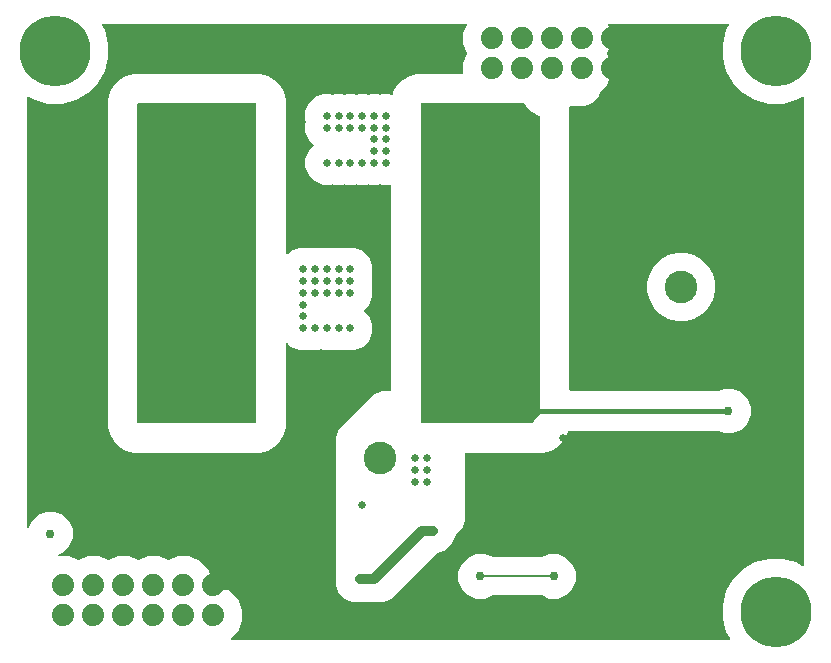
<source format=gbr>
G04 EAGLE Gerber RS-274X export*
G75*
%MOMM*%
%FSLAX34Y34*%
%LPD*%
%INBottom Copper*%
%IPPOS*%
%AMOC8*
5,1,8,0,0,1.08239X$1,22.5*%
G01*
%ADD10C,2.760000*%
%ADD11C,1.879600*%
%ADD12C,6.000000*%
%ADD13C,0.656400*%
%ADD14C,0.756400*%
%ADD15C,0.406400*%
%ADD16C,0.812800*%
%ADD17C,0.200000*%

G36*
X610205Y16007D02*
X610205Y16007D01*
X610248Y16004D01*
X610344Y16027D01*
X610442Y16041D01*
X610481Y16058D01*
X610523Y16068D01*
X610609Y16116D01*
X610699Y16157D01*
X610732Y16185D01*
X610769Y16206D01*
X610838Y16276D01*
X610913Y16340D01*
X610937Y16376D01*
X610967Y16407D01*
X611014Y16493D01*
X611068Y16576D01*
X611080Y16617D01*
X611101Y16655D01*
X611121Y16752D01*
X611150Y16846D01*
X611151Y16889D01*
X611160Y16931D01*
X611153Y17029D01*
X611154Y17128D01*
X611142Y17169D01*
X611139Y17212D01*
X611109Y17292D01*
X611079Y17400D01*
X611047Y17451D01*
X611028Y17500D01*
X608066Y22630D01*
X604999Y34075D01*
X604999Y45925D01*
X608066Y57370D01*
X613990Y67631D01*
X622369Y76010D01*
X632630Y81934D01*
X644075Y85001D01*
X655925Y85001D01*
X667370Y81934D01*
X672500Y78972D01*
X672540Y78956D01*
X672576Y78932D01*
X672671Y78903D01*
X672762Y78867D01*
X672805Y78862D01*
X672846Y78850D01*
X672944Y78849D01*
X673043Y78839D01*
X673085Y78847D01*
X673128Y78846D01*
X673223Y78872D01*
X673320Y78891D01*
X673358Y78910D01*
X673400Y78921D01*
X673484Y78973D01*
X673572Y79018D01*
X673603Y79047D01*
X673640Y79069D01*
X673706Y79143D01*
X673778Y79210D01*
X673800Y79247D01*
X673829Y79279D01*
X673872Y79368D01*
X673922Y79452D01*
X673933Y79494D01*
X673952Y79533D01*
X673965Y79617D01*
X673993Y79725D01*
X673991Y79786D01*
X673999Y79837D01*
X673999Y475163D01*
X673993Y475205D01*
X673996Y475248D01*
X673973Y475344D01*
X673959Y475442D01*
X673942Y475481D01*
X673932Y475523D01*
X673884Y475609D01*
X673843Y475699D01*
X673815Y475732D01*
X673794Y475769D01*
X673724Y475838D01*
X673660Y475913D01*
X673624Y475937D01*
X673593Y475967D01*
X673507Y476014D01*
X673424Y476068D01*
X673383Y476080D01*
X673345Y476101D01*
X673248Y476121D01*
X673154Y476150D01*
X673111Y476151D01*
X673069Y476160D01*
X672971Y476153D01*
X672872Y476154D01*
X672831Y476142D01*
X672788Y476139D01*
X672708Y476109D01*
X672600Y476079D01*
X672549Y476047D01*
X672500Y476028D01*
X667370Y473066D01*
X655925Y469999D01*
X644075Y469999D01*
X632630Y473066D01*
X622369Y478990D01*
X613990Y487369D01*
X608066Y497630D01*
X604999Y509075D01*
X604999Y520925D01*
X608066Y532370D01*
X610451Y536500D01*
X610467Y536540D01*
X610490Y536576D01*
X610519Y536671D01*
X610556Y536762D01*
X610560Y536805D01*
X610573Y536846D01*
X610574Y536944D01*
X610584Y537043D01*
X610576Y537085D01*
X610577Y537128D01*
X610550Y537223D01*
X610532Y537320D01*
X610513Y537358D01*
X610501Y537400D01*
X610449Y537484D01*
X610405Y537572D01*
X610376Y537603D01*
X610353Y537640D01*
X610280Y537706D01*
X610213Y537778D01*
X610176Y537800D01*
X610144Y537829D01*
X610055Y537872D01*
X609970Y537922D01*
X609929Y537933D01*
X609890Y537952D01*
X609806Y537965D01*
X609697Y537993D01*
X609637Y537991D01*
X609586Y537999D01*
X508886Y537999D01*
X508768Y537983D01*
X508650Y537971D01*
X508629Y537963D01*
X508606Y537959D01*
X508498Y537911D01*
X508388Y537867D01*
X508370Y537853D01*
X508350Y537843D01*
X508259Y537766D01*
X508166Y537693D01*
X508153Y537675D01*
X508135Y537660D01*
X508070Y537560D01*
X508001Y537464D01*
X507993Y537443D01*
X507981Y537424D01*
X507946Y537310D01*
X507906Y537199D01*
X507905Y537176D01*
X507898Y537154D01*
X507897Y537036D01*
X507890Y536917D01*
X507895Y536896D01*
X507895Y536872D01*
X507944Y536693D01*
X507962Y536618D01*
X510599Y530253D01*
X510599Y520547D01*
X507507Y513082D01*
X507483Y512989D01*
X507451Y512899D01*
X507448Y512853D01*
X507437Y512809D01*
X507440Y512713D01*
X507434Y512617D01*
X507444Y512576D01*
X507446Y512527D01*
X507486Y512406D01*
X507507Y512318D01*
X510599Y504853D01*
X510599Y495147D01*
X506884Y486179D01*
X501972Y481267D01*
X501947Y481234D01*
X501916Y481206D01*
X501871Y481133D01*
X501803Y481042D01*
X501782Y480987D01*
X501756Y480943D01*
X499440Y475352D01*
X494648Y470560D01*
X488388Y467967D01*
X476381Y467967D01*
X476317Y467958D01*
X476253Y467959D01*
X476178Y467938D01*
X476102Y467927D01*
X476043Y467901D01*
X475981Y467884D01*
X475915Y467843D01*
X475845Y467811D01*
X475796Y467769D01*
X475741Y467736D01*
X475689Y467678D01*
X475631Y467628D01*
X475595Y467574D01*
X475552Y467526D01*
X475519Y467457D01*
X475476Y467392D01*
X475457Y467330D01*
X475429Y467273D01*
X475418Y467203D01*
X475394Y467122D01*
X475393Y467037D01*
X475382Y466968D01*
X475382Y228032D01*
X475391Y227968D01*
X475390Y227904D01*
X475411Y227829D01*
X475422Y227753D01*
X475448Y227694D01*
X475465Y227632D01*
X475506Y227566D01*
X475538Y227496D01*
X475580Y227447D01*
X475613Y227392D01*
X475671Y227340D01*
X475721Y227282D01*
X475775Y227246D01*
X475823Y227203D01*
X475892Y227170D01*
X475957Y227127D01*
X476019Y227108D01*
X476076Y227080D01*
X476146Y227069D01*
X476227Y227045D01*
X476312Y227044D01*
X476381Y227033D01*
X601840Y227033D01*
X601881Y227039D01*
X601923Y227036D01*
X602007Y227056D01*
X602119Y227073D01*
X602173Y227097D01*
X602223Y227109D01*
X606264Y228783D01*
X613736Y228783D01*
X620640Y225923D01*
X625923Y220640D01*
X628783Y213736D01*
X628783Y206264D01*
X625923Y199360D01*
X620640Y194077D01*
X613736Y191217D01*
X606264Y191217D01*
X602223Y192891D01*
X602182Y192902D01*
X602145Y192920D01*
X602060Y192933D01*
X601949Y192961D01*
X601891Y192959D01*
X601840Y192967D01*
X475159Y192967D01*
X475085Y192957D01*
X475010Y192956D01*
X474946Y192937D01*
X474880Y192927D01*
X474812Y192897D01*
X474740Y192875D01*
X474684Y192839D01*
X474623Y192811D01*
X474566Y192763D01*
X474504Y192722D01*
X474460Y192671D01*
X474409Y192628D01*
X474368Y192565D01*
X474319Y192509D01*
X474294Y192452D01*
X474255Y192392D01*
X474226Y192298D01*
X474194Y192227D01*
X473652Y190203D01*
X470310Y184415D01*
X465585Y179690D01*
X459797Y176348D01*
X453342Y174618D01*
X388019Y174618D01*
X387901Y174601D01*
X387782Y174590D01*
X387762Y174582D01*
X387739Y174578D01*
X387631Y174530D01*
X387521Y174485D01*
X387503Y174471D01*
X387482Y174462D01*
X387392Y174385D01*
X387298Y174312D01*
X387285Y174293D01*
X387268Y174279D01*
X387203Y174179D01*
X387133Y174083D01*
X387126Y174062D01*
X387114Y174043D01*
X387079Y173929D01*
X387039Y173817D01*
X387038Y173795D01*
X387031Y173773D01*
X387030Y173654D01*
X387023Y173535D01*
X387028Y173515D01*
X387028Y173491D01*
X387033Y173473D01*
X387033Y116612D01*
X384440Y110352D01*
X379508Y105420D01*
X379289Y105202D01*
X379264Y105168D01*
X379233Y105141D01*
X379188Y105067D01*
X379120Y104976D01*
X379099Y104921D01*
X379073Y104877D01*
X376162Y97851D01*
X370799Y92488D01*
X363773Y89577D01*
X363737Y89556D01*
X363697Y89542D01*
X363628Y89492D01*
X363530Y89434D01*
X363490Y89391D01*
X363448Y89361D01*
X324648Y50560D01*
X318388Y47967D01*
X291612Y47967D01*
X285352Y50560D01*
X280560Y55352D01*
X277967Y61612D01*
X277967Y188388D01*
X280560Y194648D01*
X310352Y224440D01*
X316612Y227033D01*
X323460Y227033D01*
X323465Y227031D01*
X323487Y227031D01*
X323509Y227025D01*
X323628Y227029D01*
X323747Y227028D01*
X323769Y227034D01*
X323791Y227034D01*
X323904Y227071D01*
X324019Y227103D01*
X324038Y227115D01*
X324059Y227121D01*
X324157Y227188D01*
X324259Y227251D01*
X324274Y227268D01*
X324292Y227280D01*
X324368Y227372D01*
X324448Y227460D01*
X324457Y227480D01*
X324472Y227498D01*
X324519Y227607D01*
X324571Y227714D01*
X324574Y227735D01*
X324583Y227757D01*
X324607Y227944D01*
X324618Y228019D01*
X324618Y400718D01*
X324609Y400781D01*
X324610Y400840D01*
X324610Y400846D01*
X324589Y400921D01*
X324578Y400997D01*
X324552Y401056D01*
X324535Y401118D01*
X324494Y401184D01*
X324462Y401254D01*
X324420Y401303D01*
X324387Y401358D01*
X324329Y401410D01*
X324279Y401468D01*
X324225Y401504D01*
X324177Y401547D01*
X324108Y401580D01*
X324043Y401623D01*
X323981Y401642D01*
X323924Y401670D01*
X323854Y401681D01*
X323773Y401705D01*
X323688Y401706D01*
X323619Y401717D01*
X316363Y401717D01*
X315382Y402124D01*
X315289Y402147D01*
X315199Y402180D01*
X315153Y402182D01*
X315109Y402194D01*
X315013Y402191D01*
X314917Y402196D01*
X314876Y402186D01*
X314827Y402185D01*
X314706Y402145D01*
X314618Y402124D01*
X313637Y401717D01*
X306363Y401717D01*
X305382Y402124D01*
X305289Y402147D01*
X305199Y402180D01*
X305153Y402182D01*
X305109Y402194D01*
X305013Y402191D01*
X304917Y402196D01*
X304876Y402186D01*
X304827Y402185D01*
X304706Y402145D01*
X304618Y402124D01*
X303637Y401717D01*
X296363Y401717D01*
X295382Y402124D01*
X295289Y402147D01*
X295199Y402180D01*
X295153Y402182D01*
X295109Y402194D01*
X295013Y402191D01*
X294917Y402196D01*
X294876Y402186D01*
X294827Y402185D01*
X294706Y402145D01*
X294618Y402124D01*
X293637Y401717D01*
X286363Y401717D01*
X285382Y402124D01*
X285289Y402147D01*
X285199Y402180D01*
X285153Y402182D01*
X285109Y402194D01*
X285013Y402191D01*
X284917Y402196D01*
X284876Y402186D01*
X284827Y402185D01*
X284706Y402145D01*
X284618Y402124D01*
X283637Y401717D01*
X276363Y401717D01*
X275382Y402124D01*
X275289Y402147D01*
X275199Y402180D01*
X275153Y402182D01*
X275109Y402194D01*
X275013Y402191D01*
X274917Y402196D01*
X274876Y402186D01*
X274827Y402185D01*
X274706Y402145D01*
X274618Y402124D01*
X273637Y401717D01*
X266363Y401717D01*
X259644Y404501D01*
X254501Y409644D01*
X251717Y416363D01*
X251717Y423637D01*
X254501Y430356D01*
X258438Y434293D01*
X258476Y434345D01*
X258522Y434390D01*
X258561Y434457D01*
X258607Y434519D01*
X258630Y434579D01*
X258661Y434635D01*
X258679Y434710D01*
X258707Y434783D01*
X258712Y434847D01*
X258726Y434909D01*
X258722Y434987D01*
X258728Y435064D01*
X258715Y435127D01*
X258712Y435191D01*
X258687Y435264D01*
X258671Y435340D01*
X258641Y435397D01*
X258619Y435458D01*
X258578Y435514D01*
X258538Y435589D01*
X258479Y435650D01*
X258438Y435707D01*
X254501Y439644D01*
X251717Y446363D01*
X251717Y453637D01*
X252124Y454618D01*
X252148Y454711D01*
X252180Y454801D01*
X252182Y454847D01*
X252194Y454891D01*
X252191Y454987D01*
X252196Y455083D01*
X252186Y455124D01*
X252185Y455173D01*
X252145Y455294D01*
X252124Y455382D01*
X251717Y456363D01*
X251717Y463637D01*
X254501Y470356D01*
X259644Y475499D01*
X266363Y478283D01*
X273637Y478283D01*
X274618Y477876D01*
X274711Y477852D01*
X274801Y477820D01*
X274847Y477818D01*
X274891Y477806D01*
X274987Y477809D01*
X275083Y477804D01*
X275124Y477814D01*
X275173Y477815D01*
X275294Y477855D01*
X275382Y477876D01*
X276363Y478283D01*
X283637Y478283D01*
X284618Y477876D01*
X284711Y477852D01*
X284801Y477820D01*
X284847Y477818D01*
X284891Y477806D01*
X284987Y477809D01*
X285083Y477804D01*
X285124Y477814D01*
X285173Y477815D01*
X285294Y477855D01*
X285382Y477876D01*
X286363Y478283D01*
X293637Y478283D01*
X294618Y477876D01*
X294711Y477852D01*
X294801Y477820D01*
X294847Y477818D01*
X294891Y477806D01*
X294987Y477809D01*
X295083Y477804D01*
X295124Y477814D01*
X295173Y477815D01*
X295294Y477855D01*
X295382Y477876D01*
X296363Y478283D01*
X303637Y478283D01*
X304618Y477876D01*
X304711Y477852D01*
X304801Y477820D01*
X304847Y477818D01*
X304891Y477806D01*
X304987Y477809D01*
X305083Y477804D01*
X305124Y477814D01*
X305173Y477815D01*
X305294Y477855D01*
X305382Y477876D01*
X306363Y478283D01*
X313637Y478283D01*
X314618Y477876D01*
X314711Y477852D01*
X314801Y477820D01*
X314847Y477818D01*
X314891Y477806D01*
X314987Y477809D01*
X315083Y477804D01*
X315124Y477814D01*
X315173Y477815D01*
X315294Y477855D01*
X315382Y477876D01*
X316363Y478283D01*
X323637Y478283D01*
X324659Y477859D01*
X324784Y477827D01*
X324909Y477792D01*
X324921Y477792D01*
X324932Y477789D01*
X325061Y477793D01*
X325191Y477794D01*
X325202Y477798D01*
X325214Y477798D01*
X325338Y477838D01*
X325461Y477875D01*
X325471Y477882D01*
X325482Y477886D01*
X325590Y477959D01*
X325698Y478029D01*
X325705Y478038D01*
X325715Y478044D01*
X325798Y478144D01*
X325882Y478242D01*
X325887Y478252D01*
X325895Y478262D01*
X326006Y478521D01*
X326006Y478523D01*
X326007Y478524D01*
X326348Y479797D01*
X329690Y485585D01*
X334415Y490310D01*
X340203Y493652D01*
X346658Y495382D01*
X384602Y495382D01*
X384666Y495391D01*
X384730Y495390D01*
X384805Y495411D01*
X384881Y495422D01*
X384940Y495448D01*
X385002Y495465D01*
X385068Y495506D01*
X385138Y495538D01*
X385187Y495580D01*
X385242Y495613D01*
X385294Y495671D01*
X385352Y495721D01*
X385388Y495775D01*
X385431Y495823D01*
X385464Y495892D01*
X385507Y495957D01*
X385526Y496019D01*
X385554Y496076D01*
X385565Y496146D01*
X385589Y496227D01*
X385590Y496312D01*
X385601Y496381D01*
X385601Y504853D01*
X388693Y512318D01*
X388717Y512411D01*
X388749Y512501D01*
X388752Y512547D01*
X388763Y512591D01*
X388760Y512687D01*
X388766Y512783D01*
X388756Y512824D01*
X388754Y512873D01*
X388714Y512994D01*
X388693Y513082D01*
X385601Y520547D01*
X385601Y530253D01*
X388238Y536618D01*
X388267Y536732D01*
X388302Y536846D01*
X388302Y536869D01*
X388308Y536891D01*
X388304Y537009D01*
X388305Y537128D01*
X388299Y537150D01*
X388299Y537173D01*
X388262Y537285D01*
X388230Y537400D01*
X388218Y537419D01*
X388211Y537441D01*
X388144Y537539D01*
X388082Y537640D01*
X388065Y537655D01*
X388052Y537674D01*
X387961Y537749D01*
X387873Y537829D01*
X387852Y537839D01*
X387835Y537853D01*
X387726Y537900D01*
X387619Y537952D01*
X387598Y537955D01*
X387575Y537965D01*
X387391Y537987D01*
X387314Y537999D01*
X80414Y537999D01*
X80372Y537993D01*
X80329Y537996D01*
X80233Y537973D01*
X80135Y537959D01*
X80096Y537942D01*
X80054Y537932D01*
X79968Y537884D01*
X79878Y537843D01*
X79846Y537815D01*
X79808Y537794D01*
X79739Y537724D01*
X79664Y537660D01*
X79641Y537624D01*
X79610Y537593D01*
X79564Y537507D01*
X79510Y537424D01*
X79497Y537383D01*
X79477Y537345D01*
X79456Y537248D01*
X79427Y537154D01*
X79427Y537111D01*
X79418Y537069D01*
X79425Y536971D01*
X79423Y536872D01*
X79435Y536831D01*
X79438Y536788D01*
X79469Y536708D01*
X79499Y536600D01*
X79530Y536549D01*
X79549Y536500D01*
X81934Y532370D01*
X85001Y520925D01*
X85001Y509075D01*
X81934Y497630D01*
X76010Y487369D01*
X67631Y478990D01*
X57370Y473066D01*
X45925Y469999D01*
X34075Y469999D01*
X22630Y473066D01*
X17500Y476028D01*
X17460Y476044D01*
X17424Y476068D01*
X17329Y476097D01*
X17238Y476133D01*
X17195Y476138D01*
X17154Y476150D01*
X17056Y476151D01*
X16957Y476161D01*
X16915Y476153D01*
X16872Y476154D01*
X16777Y476128D01*
X16680Y476109D01*
X16642Y476090D01*
X16600Y476079D01*
X16516Y476027D01*
X16428Y475982D01*
X16397Y475953D01*
X16360Y475931D01*
X16294Y475857D01*
X16222Y475790D01*
X16200Y475753D01*
X16171Y475721D01*
X16128Y475632D01*
X16078Y475548D01*
X16067Y475506D01*
X16048Y475467D01*
X16035Y475383D01*
X16007Y475275D01*
X16009Y475214D01*
X16001Y475163D01*
X16001Y111823D01*
X16013Y111737D01*
X16016Y111650D01*
X16033Y111598D01*
X16041Y111543D01*
X16076Y111465D01*
X16103Y111382D01*
X16134Y111336D01*
X16157Y111286D01*
X16213Y111221D01*
X16262Y111149D01*
X16304Y111114D01*
X16340Y111072D01*
X16413Y111025D01*
X16480Y110969D01*
X16530Y110948D01*
X16576Y110918D01*
X16659Y110892D01*
X16739Y110858D01*
X16793Y110851D01*
X16846Y110835D01*
X16933Y110834D01*
X17019Y110824D01*
X17073Y110832D01*
X17128Y110832D01*
X17212Y110855D01*
X17297Y110869D01*
X17347Y110892D01*
X17400Y110907D01*
X17474Y110952D01*
X17552Y110990D01*
X17593Y111026D01*
X17640Y111055D01*
X17698Y111119D01*
X17763Y111177D01*
X17789Y111221D01*
X17829Y111264D01*
X17878Y111367D01*
X17923Y111440D01*
X20077Y116640D01*
X25360Y121923D01*
X32264Y124783D01*
X39736Y124783D01*
X46640Y121923D01*
X51923Y116640D01*
X54783Y109736D01*
X54783Y102264D01*
X51923Y95360D01*
X46640Y90077D01*
X43367Y88721D01*
X43292Y88677D01*
X43213Y88641D01*
X43171Y88606D01*
X43124Y88578D01*
X43065Y88514D01*
X42999Y88458D01*
X42969Y88412D01*
X42931Y88372D01*
X42892Y88295D01*
X42844Y88222D01*
X42828Y88169D01*
X42803Y88120D01*
X42787Y88035D01*
X42762Y87952D01*
X42761Y87897D01*
X42751Y87843D01*
X42759Y87757D01*
X42758Y87670D01*
X42773Y87617D01*
X42778Y87563D01*
X42810Y87482D01*
X42833Y87398D01*
X42862Y87351D01*
X42883Y87301D01*
X42936Y87232D01*
X42982Y87158D01*
X43022Y87122D01*
X43056Y87078D01*
X43126Y87027D01*
X43191Y86969D01*
X43240Y86945D01*
X43285Y86913D01*
X43367Y86884D01*
X43445Y86846D01*
X43495Y86838D01*
X43550Y86819D01*
X43664Y86812D01*
X43749Y86799D01*
X51853Y86799D01*
X59318Y83707D01*
X59411Y83683D01*
X59501Y83651D01*
X59547Y83648D01*
X59591Y83637D01*
X59687Y83640D01*
X59783Y83634D01*
X59824Y83644D01*
X59873Y83646D01*
X59994Y83686D01*
X60082Y83707D01*
X67547Y86799D01*
X77253Y86799D01*
X84718Y83707D01*
X84811Y83683D01*
X84901Y83651D01*
X84947Y83648D01*
X84991Y83637D01*
X85087Y83640D01*
X85183Y83634D01*
X85224Y83644D01*
X85273Y83646D01*
X85394Y83686D01*
X85482Y83707D01*
X92947Y86799D01*
X102653Y86799D01*
X110118Y83707D01*
X110211Y83683D01*
X110301Y83651D01*
X110347Y83648D01*
X110391Y83637D01*
X110487Y83640D01*
X110583Y83634D01*
X110624Y83644D01*
X110673Y83646D01*
X110794Y83686D01*
X110882Y83707D01*
X118347Y86799D01*
X128053Y86799D01*
X135518Y83707D01*
X135611Y83683D01*
X135701Y83651D01*
X135747Y83648D01*
X135791Y83637D01*
X135887Y83640D01*
X135983Y83634D01*
X136024Y83644D01*
X136073Y83646D01*
X136194Y83686D01*
X136282Y83707D01*
X143747Y86799D01*
X153453Y86799D01*
X162421Y83084D01*
X169284Y76221D01*
X172999Y67253D01*
X172999Y62398D01*
X173008Y62334D01*
X173007Y62270D01*
X173028Y62195D01*
X173039Y62119D01*
X173065Y62060D01*
X173082Y61998D01*
X173123Y61932D01*
X173155Y61862D01*
X173197Y61813D01*
X173230Y61758D01*
X173288Y61706D01*
X173338Y61648D01*
X173392Y61612D01*
X173440Y61569D01*
X173509Y61536D01*
X173574Y61493D01*
X173636Y61474D01*
X173693Y61446D01*
X173763Y61435D01*
X173844Y61411D01*
X173929Y61410D01*
X173998Y61399D01*
X178853Y61399D01*
X187821Y57684D01*
X194684Y50821D01*
X198399Y41853D01*
X198399Y32147D01*
X194684Y23179D01*
X189212Y17707D01*
X189192Y17681D01*
X189168Y17660D01*
X189108Y17568D01*
X189042Y17481D01*
X189031Y17451D01*
X189013Y17424D01*
X188981Y17319D01*
X188943Y17217D01*
X188940Y17185D01*
X188931Y17154D01*
X188929Y17045D01*
X188921Y16936D01*
X188928Y16904D01*
X188927Y16872D01*
X188956Y16767D01*
X188979Y16660D01*
X188994Y16631D01*
X189002Y16600D01*
X189060Y16507D01*
X189111Y16411D01*
X189133Y16388D01*
X189150Y16360D01*
X189232Y16287D01*
X189308Y16209D01*
X189336Y16193D01*
X189360Y16171D01*
X189458Y16124D01*
X189553Y16070D01*
X189585Y16062D01*
X189614Y16048D01*
X189703Y16034D01*
X189828Y16005D01*
X189876Y16007D01*
X189918Y16001D01*
X610163Y16001D01*
X610205Y16007D01*
G37*
%LPC*%
G36*
X106658Y174618D02*
X106658Y174618D01*
X100203Y176348D01*
X94415Y179690D01*
X89690Y184415D01*
X86348Y190203D01*
X84618Y196658D01*
X84618Y473342D01*
X86348Y479797D01*
X89690Y485585D01*
X94415Y490310D01*
X100203Y493652D01*
X106658Y495382D01*
X213342Y495382D01*
X219797Y493652D01*
X225585Y490310D01*
X230310Y485585D01*
X233652Y479797D01*
X235382Y473342D01*
X235382Y343650D01*
X235386Y343618D01*
X235384Y343586D01*
X235406Y343479D01*
X235422Y343371D01*
X235435Y343341D01*
X235441Y343310D01*
X235493Y343213D01*
X235538Y343114D01*
X235559Y343089D01*
X235574Y343061D01*
X235650Y342982D01*
X235721Y342899D01*
X235748Y342882D01*
X235771Y342859D01*
X235866Y342805D01*
X235957Y342745D01*
X235988Y342735D01*
X236016Y342720D01*
X236122Y342694D01*
X236227Y342663D01*
X236259Y342662D01*
X236290Y342655D01*
X236400Y342660D01*
X236509Y342659D01*
X236540Y342667D01*
X236572Y342669D01*
X236675Y342705D01*
X236781Y342734D01*
X236808Y342751D01*
X236839Y342761D01*
X236912Y342815D01*
X237021Y342882D01*
X237053Y342918D01*
X237088Y342943D01*
X239644Y345499D01*
X246363Y348283D01*
X253637Y348283D01*
X254618Y347876D01*
X254711Y347853D01*
X254801Y347820D01*
X254847Y347818D01*
X254891Y347806D01*
X254987Y347809D01*
X255083Y347804D01*
X255124Y347814D01*
X255173Y347815D01*
X255294Y347855D01*
X255382Y347876D01*
X256363Y348283D01*
X263637Y348283D01*
X264618Y347876D01*
X264711Y347853D01*
X264801Y347820D01*
X264847Y347818D01*
X264891Y347806D01*
X264987Y347809D01*
X265083Y347804D01*
X265124Y347814D01*
X265173Y347815D01*
X265294Y347855D01*
X265382Y347876D01*
X266363Y348283D01*
X273637Y348283D01*
X274618Y347876D01*
X274711Y347853D01*
X274801Y347820D01*
X274847Y347818D01*
X274891Y347806D01*
X274987Y347809D01*
X275083Y347804D01*
X275124Y347814D01*
X275173Y347815D01*
X275294Y347855D01*
X275382Y347876D01*
X276363Y348283D01*
X283637Y348283D01*
X284618Y347876D01*
X284711Y347853D01*
X284801Y347820D01*
X284847Y347818D01*
X284891Y347806D01*
X284987Y347809D01*
X285083Y347804D01*
X285124Y347814D01*
X285173Y347815D01*
X285294Y347855D01*
X285382Y347876D01*
X286363Y348283D01*
X293637Y348283D01*
X300356Y345499D01*
X305499Y340356D01*
X308283Y333637D01*
X308283Y326363D01*
X307876Y325382D01*
X307853Y325289D01*
X307820Y325199D01*
X307818Y325153D01*
X307806Y325109D01*
X307809Y325013D01*
X307804Y324917D01*
X307814Y324876D01*
X307815Y324827D01*
X307855Y324706D01*
X307876Y324618D01*
X308283Y323637D01*
X308283Y316363D01*
X307876Y315382D01*
X307853Y315289D01*
X307820Y315199D01*
X307818Y315153D01*
X307806Y315109D01*
X307809Y315013D01*
X307804Y314917D01*
X307814Y314876D01*
X307815Y314827D01*
X307855Y314706D01*
X307876Y314618D01*
X308283Y313637D01*
X308283Y306363D01*
X305499Y299644D01*
X301562Y295707D01*
X301524Y295655D01*
X301478Y295610D01*
X301439Y295543D01*
X301393Y295481D01*
X301370Y295421D01*
X301339Y295365D01*
X301321Y295290D01*
X301293Y295217D01*
X301288Y295153D01*
X301274Y295091D01*
X301278Y295013D01*
X301272Y294936D01*
X301285Y294873D01*
X301288Y294809D01*
X301313Y294736D01*
X301329Y294660D01*
X301359Y294603D01*
X301381Y294542D01*
X301422Y294486D01*
X301462Y294411D01*
X301521Y294350D01*
X301562Y294293D01*
X305499Y290356D01*
X308283Y283637D01*
X308283Y276363D01*
X305499Y269644D01*
X300356Y264501D01*
X293637Y261717D01*
X286363Y261717D01*
X285382Y262124D01*
X285289Y262147D01*
X285199Y262180D01*
X285153Y262182D01*
X285109Y262194D01*
X285013Y262191D01*
X284917Y262196D01*
X284876Y262186D01*
X284827Y262185D01*
X284706Y262145D01*
X284618Y262124D01*
X283637Y261717D01*
X276363Y261717D01*
X275382Y262124D01*
X275289Y262147D01*
X275199Y262180D01*
X275153Y262182D01*
X275109Y262194D01*
X275013Y262191D01*
X274917Y262196D01*
X274876Y262186D01*
X274827Y262185D01*
X274706Y262145D01*
X274618Y262124D01*
X273637Y261717D01*
X266363Y261717D01*
X265382Y262124D01*
X265289Y262147D01*
X265199Y262180D01*
X265153Y262182D01*
X265109Y262194D01*
X265013Y262191D01*
X264917Y262196D01*
X264876Y262186D01*
X264827Y262185D01*
X264706Y262145D01*
X264618Y262124D01*
X263637Y261717D01*
X256363Y261717D01*
X255382Y262124D01*
X255289Y262147D01*
X255199Y262180D01*
X255153Y262182D01*
X255109Y262194D01*
X255013Y262191D01*
X254917Y262196D01*
X254876Y262186D01*
X254827Y262185D01*
X254706Y262145D01*
X254618Y262124D01*
X253637Y261717D01*
X246363Y261717D01*
X239644Y264501D01*
X237088Y267057D01*
X237062Y267076D01*
X237041Y267101D01*
X236949Y267161D01*
X236862Y267226D01*
X236832Y267237D01*
X236805Y267255D01*
X236700Y267287D01*
X236598Y267326D01*
X236566Y267328D01*
X236535Y267337D01*
X236426Y267339D01*
X236317Y267347D01*
X236285Y267341D01*
X236253Y267341D01*
X236148Y267312D01*
X236041Y267290D01*
X236012Y267275D01*
X235981Y267266D01*
X235888Y267209D01*
X235792Y267157D01*
X235769Y267135D01*
X235741Y267118D01*
X235668Y267037D01*
X235590Y266961D01*
X235574Y266933D01*
X235552Y266909D01*
X235505Y266810D01*
X235451Y266715D01*
X235443Y266684D01*
X235429Y266655D01*
X235415Y266566D01*
X235386Y266441D01*
X235388Y266392D01*
X235382Y266350D01*
X235382Y196658D01*
X233652Y190203D01*
X230310Y184415D01*
X225585Y179690D01*
X219797Y176348D01*
X213342Y174618D01*
X106658Y174618D01*
G37*
%LPD*%
G36*
X210050Y199631D02*
X210050Y199631D01*
X210101Y199633D01*
X210133Y199651D01*
X210169Y199659D01*
X210208Y199692D01*
X210253Y199716D01*
X210274Y199746D01*
X210302Y199769D01*
X210323Y199816D01*
X210353Y199858D01*
X210361Y199900D01*
X210373Y199928D01*
X210372Y199958D01*
X210380Y200000D01*
X210380Y470000D01*
X210369Y470050D01*
X210367Y470101D01*
X210349Y470133D01*
X210341Y470169D01*
X210308Y470208D01*
X210284Y470253D01*
X210254Y470274D01*
X210231Y470302D01*
X210184Y470323D01*
X210142Y470353D01*
X210100Y470361D01*
X210072Y470373D01*
X210042Y470372D01*
X210000Y470380D01*
X110000Y470380D01*
X109950Y470369D01*
X109899Y470367D01*
X109867Y470349D01*
X109831Y470341D01*
X109792Y470308D01*
X109747Y470284D01*
X109726Y470254D01*
X109698Y470231D01*
X109677Y470184D01*
X109647Y470142D01*
X109639Y470100D01*
X109627Y470072D01*
X109628Y470052D01*
X109627Y470050D01*
X109627Y470038D01*
X109620Y470000D01*
X109620Y200000D01*
X109631Y199950D01*
X109633Y199899D01*
X109651Y199867D01*
X109659Y199831D01*
X109692Y199792D01*
X109716Y199747D01*
X109746Y199726D01*
X109769Y199698D01*
X109816Y199677D01*
X109858Y199647D01*
X109900Y199639D01*
X109928Y199627D01*
X109958Y199628D01*
X110000Y199620D01*
X210000Y199620D01*
X210050Y199631D01*
G37*
G36*
X444446Y199629D02*
X444446Y199629D01*
X444485Y199628D01*
X444530Y199648D01*
X444577Y199659D01*
X444607Y199684D01*
X444643Y199700D01*
X444682Y199746D01*
X444711Y199769D01*
X444720Y199789D01*
X444738Y199810D01*
X447368Y204366D01*
X450269Y207267D01*
X450309Y207331D01*
X450353Y207393D01*
X450355Y207405D01*
X450360Y207414D01*
X450364Y207451D01*
X450380Y207536D01*
X450380Y459300D01*
X450380Y459301D01*
X450380Y459302D01*
X450360Y459385D01*
X450341Y459468D01*
X450340Y459469D01*
X450340Y459470D01*
X450286Y459534D01*
X450231Y459602D01*
X450229Y459602D01*
X450229Y459603D01*
X450098Y459667D01*
X449566Y459810D01*
X443401Y463368D01*
X438368Y468401D01*
X437336Y470190D01*
X437311Y470217D01*
X437303Y470230D01*
X437302Y470231D01*
X437290Y470253D01*
X437251Y470281D01*
X437217Y470317D01*
X437181Y470330D01*
X437149Y470353D01*
X437090Y470364D01*
X437055Y470377D01*
X437034Y470375D01*
X437006Y470380D01*
X350000Y470380D01*
X349950Y470369D01*
X349899Y470367D01*
X349867Y470349D01*
X349831Y470341D01*
X349792Y470308D01*
X349747Y470284D01*
X349726Y470254D01*
X349698Y470231D01*
X349677Y470184D01*
X349647Y470142D01*
X349639Y470100D01*
X349627Y470072D01*
X349628Y470052D01*
X349627Y470050D01*
X349627Y470038D01*
X349620Y470000D01*
X349620Y200000D01*
X349631Y199950D01*
X349633Y199899D01*
X349651Y199867D01*
X349659Y199831D01*
X349692Y199792D01*
X349716Y199747D01*
X349746Y199726D01*
X349769Y199698D01*
X349816Y199677D01*
X349858Y199647D01*
X349900Y199639D01*
X349928Y199627D01*
X349958Y199628D01*
X350000Y199620D01*
X444408Y199620D01*
X444446Y199629D01*
G37*
%LPC*%
G36*
X396264Y51217D02*
X396264Y51217D01*
X389360Y54077D01*
X384077Y59360D01*
X381217Y66264D01*
X381217Y73736D01*
X384077Y80640D01*
X389360Y85923D01*
X396264Y88783D01*
X403736Y88783D01*
X410269Y86077D01*
X410309Y86066D01*
X410347Y86048D01*
X410432Y86035D01*
X410542Y86007D01*
X410601Y86009D01*
X410651Y86001D01*
X451349Y86001D01*
X451390Y86007D01*
X451432Y86004D01*
X451515Y86024D01*
X451628Y86041D01*
X451682Y86065D01*
X451731Y86077D01*
X458264Y88783D01*
X465736Y88783D01*
X472640Y85923D01*
X477923Y80640D01*
X480783Y73736D01*
X480783Y66264D01*
X477923Y59360D01*
X472640Y54077D01*
X465736Y51217D01*
X458264Y51217D01*
X451731Y53923D01*
X451691Y53934D01*
X451653Y53952D01*
X451568Y53965D01*
X451458Y53993D01*
X451399Y53991D01*
X451349Y53999D01*
X410651Y53999D01*
X410610Y53993D01*
X410568Y53996D01*
X410485Y53976D01*
X410372Y53959D01*
X410318Y53935D01*
X410307Y53932D01*
X410269Y53923D01*
X403736Y51217D01*
X396264Y51217D01*
G37*
%LPD*%
%LPC*%
G36*
X566208Y286199D02*
X566208Y286199D01*
X558883Y288162D01*
X552316Y291954D01*
X546954Y297316D01*
X543162Y303883D01*
X541199Y311208D01*
X541199Y318792D01*
X543162Y326117D01*
X546954Y332684D01*
X552316Y338046D01*
X558883Y341838D01*
X566208Y343801D01*
X573792Y343801D01*
X581117Y341838D01*
X587684Y338046D01*
X593046Y332684D01*
X596838Y326117D01*
X598801Y318792D01*
X598801Y311208D01*
X596838Y303883D01*
X593046Y297316D01*
X587684Y291954D01*
X581117Y288162D01*
X573792Y286199D01*
X566208Y286199D01*
G37*
%LPD*%
D10*
X315000Y170000D03*
X570000Y315000D03*
X629000Y436000D03*
X599000Y93000D03*
D11*
X47000Y37000D03*
X47000Y62400D03*
X72400Y37000D03*
X72400Y62400D03*
X97800Y37000D03*
X97800Y62400D03*
X123200Y37000D03*
X123200Y62400D03*
X148600Y37000D03*
X148600Y62400D03*
X174000Y37000D03*
X174000Y62400D03*
X410000Y500000D03*
X410000Y525400D03*
X435400Y500000D03*
X435400Y525400D03*
X460800Y500000D03*
X460800Y525400D03*
X486200Y500000D03*
X486200Y525400D03*
X511600Y500000D03*
X511600Y525400D03*
X537000Y500000D03*
X537000Y525400D03*
D12*
X650000Y40000D03*
X40000Y515000D03*
X650000Y515000D03*
D13*
X360000Y460000D03*
X360000Y450000D03*
X360000Y440000D03*
X360000Y430000D03*
X360000Y420000D03*
X360000Y410000D03*
X360000Y400000D03*
X360000Y390000D03*
X360000Y380000D03*
X360000Y370000D03*
X360000Y360000D03*
X360000Y350000D03*
X370000Y360000D03*
X370000Y370000D03*
X370000Y380000D03*
X370000Y390000D03*
X370000Y400000D03*
X370000Y410000D03*
X370000Y420000D03*
X370000Y430000D03*
X370000Y440000D03*
X370000Y450000D03*
X370000Y460000D03*
X380000Y460000D03*
X380000Y450000D03*
X380000Y440000D03*
X380000Y430000D03*
X380000Y420000D03*
X380000Y410000D03*
X380000Y400000D03*
X380000Y390000D03*
X380000Y380000D03*
X380000Y370000D03*
X380000Y360000D03*
X380000Y350000D03*
X390000Y460000D03*
X390000Y450000D03*
X390000Y440000D03*
X390000Y430000D03*
X390000Y420000D03*
X390000Y410000D03*
X390000Y400000D03*
X390000Y390000D03*
X390000Y380000D03*
X390000Y370000D03*
X390000Y360000D03*
X390000Y350000D03*
X390000Y340000D03*
X400000Y340000D03*
X400000Y350000D03*
X400000Y360000D03*
X400000Y370000D03*
X400000Y380000D03*
X400000Y390000D03*
X400000Y400000D03*
X400000Y410000D03*
X400000Y420000D03*
X400000Y430000D03*
X400000Y440000D03*
X400000Y450000D03*
X400000Y460000D03*
X410000Y460000D03*
X410000Y450000D03*
X410000Y440000D03*
X410000Y430000D03*
X410000Y420000D03*
X410000Y410000D03*
X410000Y400000D03*
X410000Y390000D03*
X410000Y380000D03*
X410000Y370000D03*
X410000Y360000D03*
X410000Y350000D03*
X410000Y340000D03*
X420000Y460000D03*
X420000Y450000D03*
X420000Y440000D03*
X420000Y430000D03*
X420000Y420000D03*
X420000Y410000D03*
X420000Y400000D03*
X420000Y390000D03*
X420000Y380000D03*
X420000Y370000D03*
X420000Y360000D03*
X420000Y350000D03*
X420000Y340000D03*
X430000Y340000D03*
X430000Y350000D03*
X430000Y360000D03*
X430000Y370000D03*
X430000Y380000D03*
X430000Y390000D03*
X430000Y400000D03*
X430000Y410000D03*
X430000Y420000D03*
X430000Y430000D03*
X430000Y440000D03*
X430000Y450000D03*
X430000Y460000D03*
X440000Y460000D03*
X440000Y450000D03*
X440000Y440000D03*
X440000Y430000D03*
X440000Y420000D03*
X440000Y410000D03*
X440000Y400000D03*
X440000Y390000D03*
X440000Y380000D03*
X440000Y370000D03*
X440000Y360000D03*
X440000Y350000D03*
X440000Y340000D03*
X360000Y320000D03*
X360000Y310000D03*
X360000Y300000D03*
X360000Y290000D03*
X360000Y280000D03*
X360000Y270000D03*
X360000Y260000D03*
X360000Y250000D03*
X360000Y240000D03*
X360000Y230000D03*
X360000Y220000D03*
X360000Y210000D03*
X370000Y210000D03*
X370000Y220000D03*
X370000Y230000D03*
X370000Y240000D03*
X370000Y250000D03*
X370000Y260000D03*
X370000Y270000D03*
X370000Y280000D03*
X370000Y290000D03*
X370000Y300000D03*
X370000Y310000D03*
X380000Y320000D03*
X380000Y310000D03*
X380000Y300000D03*
X380000Y290000D03*
X380000Y280000D03*
X380000Y270000D03*
X380000Y260000D03*
X380000Y250000D03*
X380000Y240000D03*
X380000Y230000D03*
X380000Y220000D03*
X380000Y210000D03*
X390000Y330000D03*
X390000Y320000D03*
X390000Y310000D03*
X390000Y300000D03*
X390000Y290000D03*
X390000Y280000D03*
X390000Y270000D03*
X390000Y260000D03*
X390000Y250000D03*
X390000Y240000D03*
X390000Y230000D03*
X390000Y220000D03*
X390000Y210000D03*
X400000Y210000D03*
X400000Y220000D03*
X400000Y230000D03*
X400000Y240000D03*
X400000Y250000D03*
X400000Y260000D03*
X400000Y270000D03*
X400000Y280000D03*
X400000Y290000D03*
X400000Y300000D03*
X400000Y310000D03*
X400000Y320000D03*
X400000Y330000D03*
X410000Y330000D03*
X410000Y320000D03*
X410000Y310000D03*
X410000Y300000D03*
X410000Y290000D03*
X410000Y280000D03*
X410000Y270000D03*
X410000Y260000D03*
X410000Y250000D03*
X410000Y240000D03*
X410000Y230000D03*
X410000Y220000D03*
X410000Y210000D03*
X420000Y330000D03*
X420000Y320000D03*
X420000Y310000D03*
X420000Y300000D03*
X420000Y290000D03*
X420000Y280000D03*
X420000Y270000D03*
X420000Y260000D03*
X420000Y250000D03*
X420000Y240000D03*
X420000Y230000D03*
X420000Y220000D03*
X420000Y210000D03*
X430000Y210000D03*
X430000Y220000D03*
X430000Y230000D03*
X430000Y240000D03*
X430000Y250000D03*
X430000Y260000D03*
X430000Y270000D03*
X430000Y280000D03*
X430000Y290000D03*
X430000Y300000D03*
X430000Y310000D03*
X430000Y320000D03*
X430000Y330000D03*
X440000Y330000D03*
X440000Y320000D03*
X440000Y310000D03*
X440000Y300000D03*
X440000Y290000D03*
X440000Y280000D03*
X440000Y270000D03*
X440000Y260000D03*
X440000Y250000D03*
X440000Y240000D03*
X440000Y230000D03*
X440000Y220000D03*
X440000Y210000D03*
D14*
X610000Y210000D03*
D15*
X445000Y210000D01*
X440000Y215000D01*
X440000Y240000D01*
D13*
X290000Y330000D03*
X280000Y330000D03*
X270000Y330000D03*
X270000Y320000D03*
X280000Y320000D03*
X290000Y320000D03*
X290000Y310000D03*
X280000Y310000D03*
X270000Y310000D03*
X270000Y420000D03*
X280000Y420000D03*
X290000Y420000D03*
X300000Y420000D03*
X310000Y420000D03*
X310000Y430000D03*
X310000Y440000D03*
X310000Y450000D03*
X300000Y450000D03*
X290000Y450000D03*
X280000Y450000D03*
X270000Y450000D03*
X270000Y460000D03*
X280000Y460000D03*
X290000Y460000D03*
X300000Y460000D03*
X310000Y460000D03*
X320000Y460000D03*
X320000Y450000D03*
X320000Y440000D03*
X320000Y430000D03*
X320000Y420000D03*
X290000Y280000D03*
X280000Y280000D03*
X270000Y280000D03*
X260000Y280000D03*
X250000Y280000D03*
X250000Y290000D03*
X250000Y300000D03*
X250000Y310000D03*
X260000Y310000D03*
X260000Y320000D03*
X250000Y320000D03*
X250000Y330000D03*
X260000Y330000D03*
X345000Y150000D03*
X355000Y150000D03*
X355000Y160000D03*
X345000Y160000D03*
X345000Y170000D03*
X355000Y170000D03*
X300000Y130000D03*
X120000Y460000D03*
X120000Y450000D03*
X120000Y440000D03*
X120000Y430000D03*
X120000Y420000D03*
X120000Y410000D03*
X120000Y400000D03*
X120000Y390000D03*
X120000Y380000D03*
X120000Y370000D03*
X120000Y360000D03*
X130000Y340000D03*
X130000Y350000D03*
X130000Y360000D03*
X130000Y370000D03*
X130000Y380000D03*
X130000Y390000D03*
X130000Y400000D03*
X130000Y410000D03*
X130000Y420000D03*
X130000Y430000D03*
X130000Y440000D03*
X130000Y450000D03*
X130000Y460000D03*
X140000Y460000D03*
X140000Y450000D03*
X140000Y440000D03*
X140000Y430000D03*
X140000Y420000D03*
X140000Y410000D03*
X140000Y400000D03*
X140000Y390000D03*
X140000Y380000D03*
X140000Y370000D03*
X140000Y360000D03*
X140000Y350000D03*
X140000Y340000D03*
X150000Y460000D03*
X150000Y450000D03*
X150000Y440000D03*
X150000Y430000D03*
X150000Y420000D03*
X150000Y410000D03*
X150000Y400000D03*
X150000Y390000D03*
X150000Y380000D03*
X150000Y370000D03*
X150000Y360000D03*
X150000Y350000D03*
X150000Y340000D03*
X160000Y340000D03*
X160000Y350000D03*
X160000Y360000D03*
X160000Y370000D03*
X160000Y380000D03*
X160000Y390000D03*
X160000Y400000D03*
X160000Y410000D03*
X160000Y420000D03*
X160000Y430000D03*
X160000Y440000D03*
X160000Y450000D03*
X160000Y460000D03*
X170000Y460000D03*
X170000Y450000D03*
X170000Y440000D03*
X170000Y430000D03*
X170000Y420000D03*
X170000Y410000D03*
X170000Y400000D03*
X170000Y390000D03*
X170000Y380000D03*
X170000Y370000D03*
X170000Y360000D03*
X170000Y350000D03*
X170000Y340000D03*
X180000Y460000D03*
X180000Y450000D03*
X180000Y440000D03*
X180000Y430000D03*
X180000Y420000D03*
X180000Y410000D03*
X180000Y400000D03*
X180000Y390000D03*
X180000Y380000D03*
X180000Y370000D03*
X180000Y360000D03*
X180000Y350000D03*
X180000Y340000D03*
X190000Y340000D03*
X190000Y350000D03*
X190000Y360000D03*
X190000Y370000D03*
X190000Y380000D03*
X190000Y390000D03*
X190000Y400000D03*
X190000Y410000D03*
X190000Y420000D03*
X190000Y430000D03*
X190000Y440000D03*
X190000Y450000D03*
X190000Y460000D03*
X200000Y460000D03*
X200000Y450000D03*
X200000Y440000D03*
X200000Y430000D03*
X200000Y420000D03*
X200000Y410000D03*
X200000Y400000D03*
X200000Y390000D03*
X200000Y380000D03*
X200000Y370000D03*
X200000Y360000D03*
X200000Y350000D03*
X200000Y340000D03*
X120000Y320000D03*
X120000Y310000D03*
X120000Y300000D03*
X120000Y290000D03*
X120000Y280000D03*
X120000Y270000D03*
X120000Y260000D03*
X120000Y250000D03*
X120000Y240000D03*
X120000Y230000D03*
X120000Y220000D03*
X120000Y210000D03*
X130000Y210000D03*
X130000Y220000D03*
X130000Y230000D03*
X130000Y240000D03*
X130000Y250000D03*
X130000Y260000D03*
X130000Y270000D03*
X130000Y280000D03*
X130000Y290000D03*
X130000Y300000D03*
X130000Y310000D03*
X130000Y320000D03*
X130000Y330000D03*
X140000Y330000D03*
X140000Y320000D03*
X140000Y310000D03*
X140000Y300000D03*
X140000Y290000D03*
X140000Y280000D03*
X140000Y270000D03*
X140000Y260000D03*
X140000Y250000D03*
X140000Y240000D03*
X140000Y230000D03*
X140000Y220000D03*
X140000Y210000D03*
X150000Y330000D03*
X150000Y320000D03*
X150000Y310000D03*
X150000Y300000D03*
X150000Y290000D03*
X150000Y280000D03*
X150000Y270000D03*
X150000Y260000D03*
X150000Y250000D03*
X150000Y240000D03*
X150000Y230000D03*
X150000Y220000D03*
X150000Y210000D03*
X160000Y210000D03*
X160000Y220000D03*
X160000Y230000D03*
X160000Y240000D03*
X160000Y250000D03*
X160000Y260000D03*
X160000Y270000D03*
X160000Y280000D03*
X160000Y290000D03*
X160000Y300000D03*
X160000Y310000D03*
X160000Y320000D03*
X160000Y330000D03*
X170000Y330000D03*
X170000Y320000D03*
X170000Y310000D03*
X170000Y300000D03*
X170000Y290000D03*
X170000Y280000D03*
X170000Y270000D03*
X170000Y260000D03*
X170000Y250000D03*
X170000Y240000D03*
X170000Y230000D03*
X170000Y220000D03*
X170000Y210000D03*
X180000Y330000D03*
X180000Y320000D03*
X180000Y310000D03*
X180000Y300000D03*
X180000Y290000D03*
X180000Y280000D03*
X180000Y270000D03*
X180000Y260000D03*
X180000Y250000D03*
X180000Y240000D03*
X180000Y230000D03*
X180000Y220000D03*
X180000Y210000D03*
X190000Y210000D03*
X190000Y220000D03*
X190000Y230000D03*
X190000Y240000D03*
X190000Y250000D03*
X190000Y260000D03*
X190000Y270000D03*
X190000Y280000D03*
X190000Y290000D03*
X190000Y300000D03*
X190000Y310000D03*
X190000Y320000D03*
X190000Y330000D03*
X200000Y330000D03*
X200000Y320000D03*
X200000Y310000D03*
X200000Y300000D03*
X200000Y290000D03*
X200000Y280000D03*
X200000Y270000D03*
X200000Y260000D03*
X200000Y250000D03*
X200000Y240000D03*
X200000Y230000D03*
X200000Y220000D03*
X200000Y210000D03*
D14*
X36000Y106000D03*
X298000Y68000D03*
D16*
X350650Y108650D02*
X360000Y108650D01*
X350650Y108650D02*
X310000Y68000D01*
X298000Y68000D01*
D14*
X360000Y108650D03*
D13*
X500000Y170000D03*
D14*
X25000Y268000D03*
X25000Y278000D03*
X25000Y334000D03*
X25000Y344000D03*
X25000Y397000D03*
X25000Y407000D03*
X25000Y460000D03*
X24000Y213000D03*
X515000Y50000D03*
X572000Y55000D03*
D13*
X420000Y121000D03*
X451000Y121000D03*
X428000Y171000D03*
X420000Y171000D03*
X470000Y187000D03*
X495000Y364000D03*
X572000Y47000D03*
D16*
X212600Y62400D02*
X174000Y62400D01*
X212600Y62400D02*
X215000Y60000D01*
X175000Y63400D02*
X174000Y62400D01*
X175000Y63400D02*
X175000Y100000D01*
D14*
X550000Y425000D03*
X560000Y425000D03*
X560000Y435000D03*
X550000Y435000D03*
X550000Y415000D03*
X540000Y415000D03*
X530000Y415000D03*
X520000Y415000D03*
X510000Y415000D03*
X500000Y415000D03*
X560000Y445000D03*
X560000Y455000D03*
X550000Y445000D03*
X550000Y455000D03*
X560000Y415000D03*
X540000Y455000D03*
X530000Y455000D03*
X520000Y455000D03*
X510000Y455000D03*
X500000Y455000D03*
X500000Y465000D03*
X510000Y465000D03*
X520000Y465000D03*
X530000Y465000D03*
X540000Y465000D03*
X550000Y465000D03*
X560000Y465000D03*
X500000Y280000D03*
X510000Y280000D03*
X520000Y280000D03*
X530000Y280000D03*
X500000Y290000D03*
X500000Y300000D03*
X500000Y310000D03*
X510000Y310000D03*
X520000Y310000D03*
X530000Y310000D03*
X530000Y320000D03*
X520000Y320000D03*
X510000Y320000D03*
X500000Y320000D03*
X500000Y330000D03*
X510000Y330000D03*
X520000Y330000D03*
X530000Y330000D03*
X550000Y115000D03*
X160000Y128000D03*
X619000Y308000D03*
X462000Y70000D03*
D17*
X400000Y70000D01*
D14*
X400000Y70000D03*
M02*

</source>
